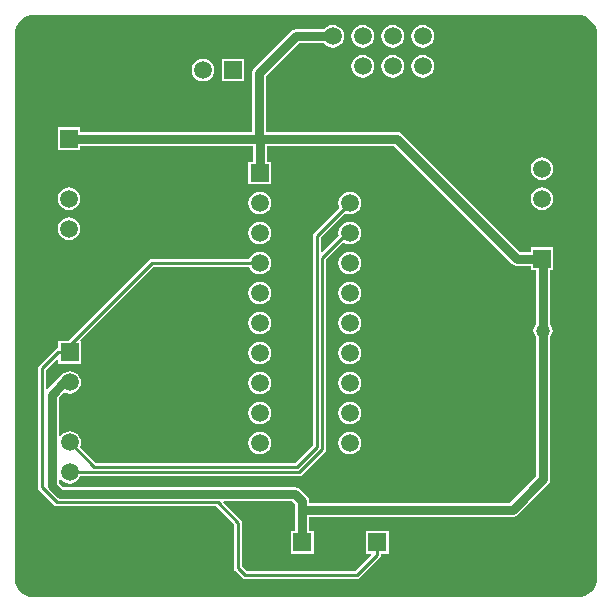
<source format=gbl>
%FSTAX23Y23*%
%MOMM*%
%SFA1B1*%

%IPPOS*%
%ADD17C,0.254000*%
%ADD18C,0.762000*%
%ADD20C,1.500124*%
%ADD21R,1.500124X1.500124*%
%ADD22C,4.999990*%
%ADD23R,1.500124X1.500124*%
%ADD24C,1.199896*%
%ADD25R,1.199896X1.199896*%
%ADD26C,1.299972*%
%LNpcb-1*%
%LPD*%
G36*
X48324Y49633D02*
X48637Y49538D01*
X48925Y49384*
X49177Y49177*
X49384Y48925*
X49538Y48637*
X49633Y48324*
X49664Y48005*
X49663Y47999*
Y01999*
X49664Y01993*
X49633Y01675*
X49538Y01362*
X49384Y01074*
X49177Y00822*
X48925Y00615*
X48637Y00461*
X48324Y00366*
X48123Y00346*
X47999Y00336*
X47875*
X01999*
X01993Y00335*
X01675Y00366*
X01362Y00461*
X01074Y00615*
X00822Y00822*
X00615Y01074*
X00461Y01362*
X00366Y01675*
X00346Y01876*
X00336Y01999*
Y02125*
Y47873*
Y47875*
Y47999*
X00346Y48122*
X00366Y48324*
X00461Y48637*
X00615Y48925*
X00822Y49177*
X01074Y49384*
X01362Y49538*
X01675Y49633*
X01993Y49664*
X01999Y49663*
X47999*
X48005Y49664*
X48324Y49633*
G37*
%LNpcb-2*%
%LPC*%
G36*
X34889Y48796D02*
X34641Y48763D01*
X34409Y48667*
X3421Y48514*
X34057Y48315*
X33961Y48083*
X33928Y47835*
X33961Y47586*
X34057Y47354*
X3421Y47155*
X34409Y47002*
X34641Y46906*
X34889Y46873*
X35138Y46906*
X3537Y47002*
X35569Y47155*
X35722Y47354*
X35818Y47586*
X35851Y47835*
X35818Y48083*
X35722Y48315*
X35569Y48514*
X3537Y48667*
X35138Y48763*
X34889Y48796*
G37*
G36*
X32349D02*
X32101Y48763D01*
X31869Y48667*
X3167Y48514*
X31517Y48315*
X31421Y48083*
X31388Y47835*
X31421Y47586*
X31517Y47354*
X3167Y47155*
X31869Y47002*
X32101Y46906*
X32349Y46873*
X32598Y46906*
X3283Y47002*
X33029Y47155*
X33182Y47354*
X33278Y47586*
X33311Y47835*
X33278Y48083*
X33182Y48315*
X33029Y48514*
X3283Y48667*
X32598Y48763*
X32349Y48796*
G37*
G36*
X29809D02*
X29561Y48763D01*
X29329Y48667*
X2913Y48514*
X28977Y48315*
X28881Y48083*
X28848Y47835*
X28881Y47586*
X28977Y47354*
X2913Y47155*
X29329Y47002*
X29561Y46906*
X29809Y46873*
X30058Y46906*
X3029Y47002*
X30489Y47155*
X30642Y47354*
X30738Y47586*
X30771Y47835*
X30738Y48083*
X30642Y48315*
X30489Y48514*
X3029Y48667*
X30058Y48763*
X29809Y48796*
G37*
G36*
X27269D02*
X27021Y48763D01*
X26789Y48667*
X2659Y48514*
X26525Y4843*
X24159*
X23932Y48385*
X23738Y48256*
X20628Y45146*
X20499Y44952*
X20454Y44725*
Y3978*
X05903*
Y40138*
X03996*
Y38231*
X05903*
Y38589*
X20494*
Y37233*
X20136*
Y35326*
X22043*
Y37233*
X21685*
Y38589*
X32443*
X42428Y28603*
X42621Y28474*
X4285Y28429*
X44046*
Y28071*
X44484*
Y23468*
X44378Y2333*
X44297Y23134*
X44269Y22925*
X44297Y22715*
X44378Y22519*
X44484Y22381*
Y10576*
X42278Y0837*
X25295*
Y085*
X2525Y08727*
X25121Y08921*
X24534Y09507*
X24341Y09636*
X24113Y09681*
X04466*
X04095Y10052*
Y10319*
X04222Y10362*
X0432Y10235*
X04519Y10082*
X04751Y09986*
X04999Y09953*
X05248Y09986*
X0548Y10082*
X05679Y10235*
X05832Y10434*
X05892Y10578*
X24439*
X24568Y10603*
X24678Y10676*
X26637Y12637*
X26711Y12746*
X26736Y12875*
Y2896*
X2818Y30404*
X28229Y30367*
X28461Y30271*
X28709Y30238*
X28958Y30271*
X2919Y30367*
X29389Y3052*
X29542Y30719*
X29638Y30951*
X29671Y312*
X29638Y31448*
X29542Y3168*
X29389Y31879*
X2919Y32032*
X28958Y32128*
X28709Y32161*
X28461Y32128*
X28229Y32032*
X2803Y31879*
X27877Y3168*
X27781Y31448*
X27748Y312*
X2778Y30956*
X26396Y29572*
X26279Y29621*
Y30833*
X28317Y3287*
X28461Y32811*
X28709Y32778*
X28958Y32811*
X2919Y32907*
X29389Y3306*
X29542Y33259*
X29638Y33491*
X29671Y3374*
X29638Y33988*
X29542Y3422*
X29389Y34419*
X2919Y34572*
X28958Y34668*
X28709Y34701*
X28461Y34668*
X28229Y34572*
X2803Y34419*
X27877Y3422*
X27781Y33988*
X27748Y3374*
X27781Y33491*
X2784Y33347*
X25704Y3121*
X25631Y31101*
X25606Y30972*
Y13203*
X24111Y11708*
X07222*
X05868Y13062*
X05928Y13206*
X05961Y13454*
X05928Y13703*
X05832Y13935*
X05679Y14134*
X0548Y14287*
X05248Y14383*
X04999Y14416*
X04751Y14383*
X04519Y14287*
X0432Y14134*
X04222Y14007*
X04095Y1405*
Y17228*
X04554Y17687*
X04751Y17606*
X04999Y17573*
X05248Y17606*
X0548Y17702*
X05679Y17855*
X05832Y18054*
X05928Y18286*
X05961Y18534*
X05928Y18783*
X05832Y19015*
X05679Y19214*
X0548Y19367*
X05248Y19463*
X04999Y19496*
X04751Y19463*
X04519Y19367*
X0432Y19214*
X04167Y19015*
X04144Y18959*
X04138Y18956*
X03088Y17905*
X03022Y17913*
X02961Y17931*
Y19585*
X03929Y20553*
X04046Y20504*
Y20121*
X05953*
Y22028*
X05909Y22133*
X12099Y28323*
X20197*
X20257Y28179*
X2041Y2798*
X20609Y27827*
X20841Y27731*
X21089Y27698*
X21338Y27731*
X2157Y27827*
X21769Y2798*
X21922Y28179*
X22018Y28411*
X22051Y2866*
X22018Y28908*
X21922Y2914*
X21769Y29339*
X2157Y29492*
X21338Y29588*
X21089Y29621*
X20841Y29588*
X20609Y29492*
X2041Y29339*
X20257Y2914*
X20197Y28996*
X1196*
X11831Y2897*
X11721Y28898*
X04852Y22028*
X04046*
Y21411*
X03975*
X03846Y21386*
X03736Y21313*
X02386Y19963*
X02313Y19853*
X02288Y19725*
Y09675*
X02313Y09546*
X02386Y09436*
X03686Y08136*
X03796Y08063*
X03925Y08038*
X17385*
X18913Y0651*
Y02824*
X18939Y02696*
X19011Y02586*
X19636Y01961*
X19746Y01888*
X19874Y01863*
X29299*
X29428Y01888*
X29538Y01961*
X31287Y03711*
X31361Y03821*
X31386Y03949*
Y04046*
X32003*
Y05953*
X30096*
Y04046*
X30504*
X30553Y03929*
X2916Y02536*
X20014*
X19586Y02964*
Y06649*
X19561Y06778*
X19488Y06887*
X18003Y08373*
X18051Y0849*
X23867*
X24104Y08253*
Y05953*
X23746*
Y04046*
X25653*
Y05953*
X25295*
Y07179*
X42524*
X42753Y07224*
X42946Y07353*
X45501Y09908*
X4563Y10102*
X45675Y10329*
Y22381*
X45781Y22519*
X45862Y22715*
X4589Y22925*
X45862Y23134*
X45781Y2333*
X45675Y23468*
Y28071*
X45953*
Y29978*
X44046*
Y2962*
X43096*
X33111Y39606*
X32917Y39735*
X3269Y3978*
X21645*
Y44478*
X24406Y47239*
X26525*
X2659Y47155*
X26789Y47002*
X27021Y46906*
X27269Y46873*
X27518Y46906*
X2775Y47002*
X27949Y47155*
X28102Y47354*
X28198Y47586*
X28231Y47835*
X28198Y48083*
X28102Y48315*
X27949Y48514*
X2775Y48667*
X27518Y48763*
X27269Y48796*
G37*
G36*
X34889Y46256D02*
X34641Y46223D01*
X34409Y46127*
X3421Y45974*
X34057Y45775*
X33961Y45543*
X33928Y45295*
X33961Y45046*
X34057Y44814*
X3421Y44615*
X34409Y44462*
X34641Y44366*
X34889Y44333*
X35138Y44366*
X3537Y44462*
X35569Y44615*
X35722Y44814*
X35818Y45046*
X35851Y45295*
X35818Y45543*
X35722Y45775*
X35569Y45974*
X3537Y46127*
X35138Y46223*
X34889Y46256*
G37*
G36*
X32349D02*
X32101Y46223D01*
X31869Y46127*
X3167Y45974*
X31517Y45775*
X31421Y45543*
X31388Y45295*
X31421Y45046*
X31517Y44814*
X3167Y44615*
X31869Y44462*
X32101Y44366*
X32349Y44333*
X32598Y44366*
X3283Y44462*
X33029Y44615*
X33182Y44814*
X33278Y45046*
X33311Y45295*
X33278Y45543*
X33182Y45775*
X33029Y45974*
X3283Y46127*
X32598Y46223*
X32349Y46256*
G37*
G36*
X29809D02*
X29561Y46223D01*
X29329Y46127*
X2913Y45974*
X28977Y45775*
X28881Y45543*
X28848Y45295*
X28881Y45046*
X28977Y44814*
X2913Y44615*
X29329Y44462*
X29561Y44366*
X29809Y44333*
X30058Y44366*
X3029Y44462*
X30489Y44615*
X30642Y44814*
X30738Y45046*
X30771Y45295*
X30738Y45543*
X30642Y45775*
X30489Y45974*
X3029Y46127*
X30058Y46223*
X29809Y46256*
G37*
G36*
X19778Y45953D02*
X17871D01*
Y44046*
X19778*
Y45953*
G37*
G36*
X16284Y45961D02*
X16036Y45928D01*
X15804Y45832*
X15605Y45679*
X15452Y4548*
X15356Y45248*
X15323Y44999*
X15356Y44751*
X15452Y44519*
X15605Y4432*
X15804Y44167*
X16036Y44071*
X16284Y44038*
X16533Y44071*
X16765Y44167*
X16964Y4432*
X17117Y44519*
X17213Y44751*
X17246Y44999*
X17213Y45248*
X17117Y4548*
X16964Y45679*
X16765Y45832*
X16533Y45928*
X16284Y45961*
G37*
G36*
X44999Y37606D02*
X44751Y37573D01*
X44519Y37477*
X4432Y37324*
X44167Y37125*
X44071Y36893*
X44038Y36645*
X44071Y36396*
X44167Y36164*
X4432Y35965*
X44519Y35812*
X44751Y35716*
X44999Y35683*
X45248Y35716*
X4548Y35812*
X45679Y35965*
X45832Y36164*
X45928Y36396*
X45961Y36645*
X45928Y36893*
X45832Y37125*
X45679Y37324*
X4548Y37477*
X45248Y37573*
X44999Y37606*
G37*
G36*
Y35066D02*
X44751Y35033D01*
X44519Y34937*
X4432Y34784*
X44167Y34585*
X44071Y34353*
X44038Y34105*
X44071Y33856*
X44167Y33624*
X4432Y33425*
X44519Y33272*
X44751Y33176*
X44999Y33143*
X45248Y33176*
X4548Y33272*
X45679Y33425*
X45832Y33624*
X45928Y33856*
X45961Y34105*
X45928Y34353*
X45832Y34585*
X45679Y34784*
X4548Y34937*
X45248Y35033*
X44999Y35066*
G37*
G36*
X04949D02*
X04701Y35033D01*
X04469Y34937*
X0427Y34784*
X04117Y34585*
X04021Y34353*
X03988Y34105*
X04021Y33856*
X04117Y33624*
X0427Y33425*
X04469Y33272*
X04701Y33176*
X04949Y33143*
X05198Y33176*
X0543Y33272*
X05629Y33425*
X05782Y33624*
X05878Y33856*
X05911Y34105*
X05878Y34353*
X05782Y34585*
X05629Y34784*
X0543Y34937*
X05198Y35033*
X04949Y35066*
G37*
G36*
X21089Y34701D02*
X20841Y34668D01*
X20609Y34572*
X2041Y34419*
X20257Y3422*
X20161Y33988*
X20128Y3374*
X20161Y33491*
X20257Y33259*
X2041Y3306*
X20609Y32907*
X20841Y32811*
X21089Y32778*
X21338Y32811*
X2157Y32907*
X21769Y3306*
X21922Y33259*
X22018Y33491*
X22051Y3374*
X22018Y33988*
X21922Y3422*
X21769Y34419*
X2157Y34572*
X21338Y34668*
X21089Y34701*
G37*
G36*
X04949Y32526D02*
X04701Y32493D01*
X04469Y32397*
X0427Y32244*
X04117Y32045*
X04021Y31813*
X03988Y31565*
X04021Y31316*
X04117Y31084*
X0427Y30885*
X04469Y30732*
X04701Y30636*
X04949Y30603*
X05198Y30636*
X0543Y30732*
X05629Y30885*
X05782Y31084*
X05878Y31316*
X05911Y31565*
X05878Y31813*
X05782Y32045*
X05629Y32244*
X0543Y32397*
X05198Y32493*
X04949Y32526*
G37*
G36*
X21089Y32161D02*
X20841Y32128D01*
X20609Y32032*
X2041Y31879*
X20257Y3168*
X20161Y31448*
X20128Y312*
X20161Y30951*
X20257Y30719*
X2041Y3052*
X20609Y30367*
X20841Y30271*
X21089Y30238*
X21338Y30271*
X2157Y30367*
X21769Y3052*
X21922Y30719*
X22018Y30951*
X22051Y312*
X22018Y31448*
X21922Y3168*
X21769Y31879*
X2157Y32032*
X21338Y32128*
X21089Y32161*
G37*
G36*
X28709Y29621D02*
X28461Y29588D01*
X28229Y29492*
X2803Y29339*
X27877Y2914*
X27781Y28908*
X27748Y2866*
X27781Y28411*
X27877Y28179*
X2803Y2798*
X28229Y27827*
X28461Y27731*
X28709Y27698*
X28958Y27731*
X2919Y27827*
X29389Y2798*
X29542Y28179*
X29638Y28411*
X29671Y2866*
X29638Y28908*
X29542Y2914*
X29389Y29339*
X2919Y29492*
X28958Y29588*
X28709Y29621*
G37*
G36*
Y27081D02*
X28461Y27048D01*
X28229Y26952*
X2803Y26799*
X27877Y266*
X27781Y26368*
X27748Y2612*
X27781Y25871*
X27877Y25639*
X2803Y2544*
X28229Y25287*
X28461Y25191*
X28709Y25158*
X28958Y25191*
X2919Y25287*
X29389Y2544*
X29542Y25639*
X29638Y25871*
X29671Y2612*
X29638Y26368*
X29542Y266*
X29389Y26799*
X2919Y26952*
X28958Y27048*
X28709Y27081*
G37*
G36*
X21089D02*
X20841Y27048D01*
X20609Y26952*
X2041Y26799*
X20257Y266*
X20161Y26368*
X20128Y2612*
X20161Y25871*
X20257Y25639*
X2041Y2544*
X20609Y25287*
X20841Y25191*
X21089Y25158*
X21338Y25191*
X2157Y25287*
X21769Y2544*
X21922Y25639*
X22018Y25871*
X22051Y2612*
X22018Y26368*
X21922Y266*
X21769Y26799*
X2157Y26952*
X21338Y27048*
X21089Y27081*
G37*
G36*
X28709Y24541D02*
X28461Y24508D01*
X28229Y24412*
X2803Y24259*
X27877Y2406*
X27781Y23828*
X27748Y2358*
X27781Y23331*
X27877Y23099*
X2803Y229*
X28229Y22747*
X28461Y22651*
X28709Y22618*
X28958Y22651*
X2919Y22747*
X29389Y229*
X29542Y23099*
X29638Y23331*
X29671Y2358*
X29638Y23828*
X29542Y2406*
X29389Y24259*
X2919Y24412*
X28958Y24508*
X28709Y24541*
G37*
G36*
X21089D02*
X20841Y24508D01*
X20609Y24412*
X2041Y24259*
X20257Y2406*
X20161Y23828*
X20128Y2358*
X20161Y23331*
X20257Y23099*
X2041Y229*
X20609Y22747*
X20841Y22651*
X21089Y22618*
X21338Y22651*
X2157Y22747*
X21769Y229*
X21922Y23099*
X22018Y23331*
X22051Y2358*
X22018Y23828*
X21922Y2406*
X21769Y24259*
X2157Y24412*
X21338Y24508*
X21089Y24541*
G37*
G36*
X28709Y22001D02*
X28461Y21968D01*
X28229Y21872*
X2803Y21719*
X27877Y2152*
X27781Y21288*
X27748Y2104*
X27781Y20791*
X27877Y20559*
X2803Y2036*
X28229Y20207*
X28461Y20111*
X28709Y20078*
X28958Y20111*
X2919Y20207*
X29389Y2036*
X29542Y20559*
X29638Y20791*
X29671Y2104*
X29638Y21288*
X29542Y2152*
X29389Y21719*
X2919Y21872*
X28958Y21968*
X28709Y22001*
G37*
G36*
X21089D02*
X20841Y21968D01*
X20609Y21872*
X2041Y21719*
X20257Y2152*
X20161Y21288*
X20128Y2104*
X20161Y20791*
X20257Y20559*
X2041Y2036*
X20609Y20207*
X20841Y20111*
X21089Y20078*
X21338Y20111*
X2157Y20207*
X21769Y2036*
X21922Y20559*
X22018Y20791*
X22051Y2104*
X22018Y21288*
X21922Y2152*
X21769Y21719*
X2157Y21872*
X21338Y21968*
X21089Y22001*
G37*
G36*
X28709Y19461D02*
X28461Y19428D01*
X28229Y19332*
X2803Y19179*
X27877Y1898*
X27781Y18748*
X27748Y185*
X27781Y18251*
X27877Y18019*
X2803Y1782*
X28229Y17667*
X28461Y17571*
X28709Y17538*
X28958Y17571*
X2919Y17667*
X29389Y1782*
X29542Y18019*
X29638Y18251*
X29671Y185*
X29638Y18748*
X29542Y1898*
X29389Y19179*
X2919Y19332*
X28958Y19428*
X28709Y19461*
G37*
G36*
X21089D02*
X20841Y19428D01*
X20609Y19332*
X2041Y19179*
X20257Y1898*
X20161Y18748*
X20128Y185*
X20161Y18251*
X20257Y18019*
X2041Y1782*
X20609Y17667*
X20841Y17571*
X21089Y17538*
X21338Y17571*
X2157Y17667*
X21769Y1782*
X21922Y18019*
X22018Y18251*
X22051Y185*
X22018Y18748*
X21922Y1898*
X21769Y19179*
X2157Y19332*
X21338Y19428*
X21089Y19461*
G37*
G36*
X28709Y16921D02*
X28461Y16888D01*
X28229Y16792*
X2803Y16639*
X27877Y1644*
X27781Y16208*
X27748Y1596*
X27781Y15711*
X27877Y15479*
X2803Y1528*
X28229Y15127*
X28461Y15031*
X28709Y14998*
X28958Y15031*
X2919Y15127*
X29389Y1528*
X29542Y15479*
X29638Y15711*
X29671Y1596*
X29638Y16208*
X29542Y1644*
X29389Y16639*
X2919Y16792*
X28958Y16888*
X28709Y16921*
G37*
G36*
X21089D02*
X20841Y16888D01*
X20609Y16792*
X2041Y16639*
X20257Y1644*
X20161Y16208*
X20128Y1596*
X20161Y15711*
X20257Y15479*
X2041Y1528*
X20609Y15127*
X20841Y15031*
X21089Y14998*
X21338Y15031*
X2157Y15127*
X21769Y1528*
X21922Y15479*
X22018Y15711*
X22051Y1596*
X22018Y16208*
X21922Y1644*
X21769Y16639*
X2157Y16792*
X21338Y16888*
X21089Y16921*
G37*
G36*
X28709Y14381D02*
X28461Y14348D01*
X28229Y14252*
X2803Y14099*
X27877Y139*
X27781Y13668*
X27748Y1342*
X27781Y13171*
X27877Y12939*
X2803Y1274*
X28229Y12587*
X28461Y12491*
X28709Y12458*
X28958Y12491*
X2919Y12587*
X29389Y1274*
X29542Y12939*
X29638Y13171*
X29671Y1342*
X29638Y13668*
X29542Y139*
X29389Y14099*
X2919Y14252*
X28958Y14348*
X28709Y14381*
G37*
G36*
X21089D02*
X20841Y14348D01*
X20609Y14252*
X2041Y14099*
X20257Y139*
X20161Y13668*
X20128Y1342*
X20161Y13171*
X20257Y12939*
X2041Y1274*
X20609Y12587*
X20841Y12491*
X21089Y12458*
X21338Y12491*
X2157Y12587*
X21769Y1274*
X21922Y12939*
X22018Y13171*
X22051Y1342*
X22018Y13668*
X21922Y139*
X21769Y14099*
X2157Y14252*
X21338Y14348*
X21089Y14381*
G37*
%LNpcb-3*%
%LPD*%
G54D17*
X03925Y08374D02*
X17524D01*
X02625Y09675D02*
X03925Y08374D01*
X02625Y09675D02*
Y19725D01*
X17524Y08374D02*
X19249Y06649D01*
X02625Y19725D02*
X03975Y21074D01*
X31049Y03949D02*
Y04999D01*
X29299Y02199D02*
X31049Y03949D01*
X19874Y02199D02*
X29299D01*
X19249Y02824D02*
X19874Y02199D01*
X19249Y02824D02*
Y06649D01*
X03975Y21074D02*
X04999D01*
Y13454D02*
X07082Y11372D01*
X2425*
X25942Y13064*
Y30972*
X28709Y3374*
X285Y312D02*
X28709D01*
X26399Y291D02*
X285Y312D01*
X26399Y12875D02*
Y291D01*
X24439Y10914D02*
X26399Y12875D01*
X04999Y10914D02*
X24439D01*
X04999Y21074D02*
Y21699D01*
X1196Y2866*
X21089*
G54D18*
X45079Y10329D02*
Y22925D01*
Y28945*
X21049Y39185D02*
X3269D01*
X04949D02*
X21049D01*
X24159Y47835D02*
X27269D01*
X21049Y44725D02*
X24159Y47835D01*
X21049Y39185D02*
Y44725D01*
Y39185D02*
X21089Y39144D01*
Y3628D02*
Y39144D01*
X3269Y39185D02*
X4285Y29025D01*
X44999*
X45079Y28945*
X24699Y04999D02*
Y085D01*
X24113Y09086D02*
X24699Y085D01*
X04219Y09086D02*
X24113D01*
X24699Y07774D02*
X42524D01*
X45079Y10329*
X035Y09805D02*
X04219Y09086D01*
X035Y09805D02*
Y17474D01*
X0456Y18534*
X04999*
G54D20*
X28709Y1342D03*
Y1596D03*
Y185D03*
Y2104D03*
Y2358D03*
Y2612D03*
Y2866D03*
Y312D03*
Y3374D03*
Y3628D03*
X21089Y1342D03*
Y1596D03*
Y185D03*
Y2104D03*
Y2358D03*
Y2612D03*
Y2866D03*
Y312D03*
Y3374D03*
X22159Y04999D03*
X13744Y44999D03*
X16284D03*
X04999Y18534D03*
Y15994D03*
Y13454D03*
Y10914D03*
X44999Y31565D03*
Y34105D03*
Y36645D03*
Y39185D03*
X04949Y36645D03*
Y34105D03*
Y31565D03*
Y29025D03*
X27269Y47835D03*
X29809Y45295D03*
Y47835D03*
X32349Y45295D03*
Y47835D03*
X34889Y45295D03*
Y47835D03*
G54D21*
X21089Y3628D03*
X24699Y04999D03*
X18824Y44999D03*
X27269Y45295D03*
G54D22*
X44999Y44999D03*
Y04999D03*
X04999D03*
Y44999D03*
G54D23*
X31049Y04999D03*
X3755D03*
X04999Y21074D03*
X44999Y29025D03*
X04949Y39185D03*
G54D24*
X45079Y22925D03*
G54D25*
X47619Y22925D03*
G54D26*
X38725Y11174D03*
Y15024D03*
M02*
</source>
